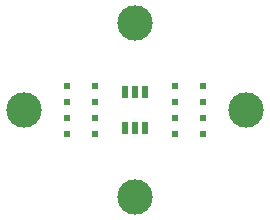
<source format=gbs>
G04 #@! TF.GenerationSoftware,KiCad,Pcbnew,(5.1.8)-1*
G04 #@! TF.CreationDate,2021-03-29T10:41:43+03:00*
G04 #@! TF.ProjectId,sensor board,73656e73-6f72-4206-926f-6172642e6b69,rev?*
G04 #@! TF.SameCoordinates,Original*
G04 #@! TF.FileFunction,Soldermask,Bot*
G04 #@! TF.FilePolarity,Negative*
%FSLAX46Y46*%
G04 Gerber Fmt 4.6, Leading zero omitted, Abs format (unit mm)*
G04 Created by KiCad (PCBNEW (5.1.8)-1) date 2021-03-29 10:41:43*
%MOMM*%
%LPD*%
G01*
G04 APERTURE LIST*
%ADD10R,0.550000X0.540000*%
%ADD11C,3.000000*%
%ADD12R,0.508800X1.112799*%
G04 APERTURE END LIST*
D10*
X137842000Y-75470000D03*
X137842000Y-76780000D03*
X137842000Y-78160000D03*
X137842000Y-79470000D03*
X135462000Y-79470000D03*
X135462000Y-78160000D03*
X135462000Y-76780000D03*
X135462000Y-75470000D03*
X144606000Y-75470000D03*
X144606000Y-76780000D03*
X144606000Y-78160000D03*
X144606000Y-79470000D03*
X146986000Y-79470000D03*
X146986000Y-78160000D03*
X146986000Y-76780000D03*
X146986000Y-75470000D03*
D11*
X141224000Y-84836000D03*
X141224000Y-70104000D03*
X150622000Y-77470000D03*
X131826000Y-77470000D03*
D12*
X140373999Y-78991600D03*
X141224000Y-78991600D03*
X142074001Y-78991600D03*
X142074001Y-75948400D03*
X141224000Y-75948400D03*
X140373999Y-75948400D03*
M02*

</source>
